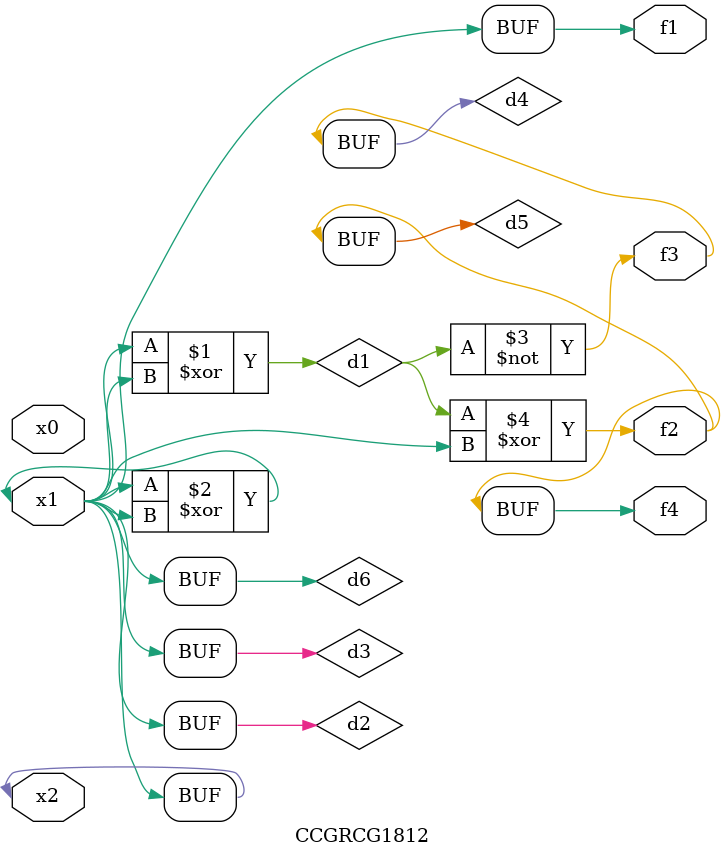
<source format=v>
module CCGRCG1812(
	input x0, x1, x2,
	output f1, f2, f3, f4
);

	wire d1, d2, d3, d4, d5, d6;

	xor (d1, x1, x2);
	buf (d2, x1, x2);
	xor (d3, x1, x2);
	nor (d4, d1);
	xor (d5, d1, d2);
	buf (d6, d2, d3);
	assign f1 = d6;
	assign f2 = d5;
	assign f3 = d4;
	assign f4 = d5;
endmodule

</source>
